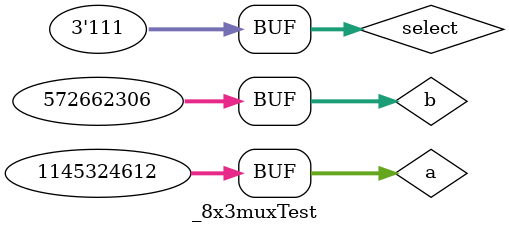
<source format=v>
module _8x3muxTest();
reg [31:0] a,b;
reg [2:0] select;
wire [31:0] sum;

_8x3mux testmux(sum,a,b,select);

	initial
		begin
			a=32'h33333333;
			b=32'h22222222;
			//Add
			#5	select=3'b000;
			
			$monitor("Add -> time = %2d, a =%32h, b=%32h,select=%3b ,sum=%32h", $time, a, b,select,sum);
			//XOR
			#5	select=3'b001;
			
			$monitor("Xor -> time = %2d, a =%32h, b=%32h,select=%3b,sum=%32h", $time, a, b,select,sum);
			//SUB
			#5	select=3'b010;
			
			$monitor("Sub -> time = %2d, a =%32h, b=%32h,select=%3b,sum=%32h", $time, a, b,select,sum);
			//MULT
			#5	select=3'b011;
			
			$monitor("Mult -> time = %2d, a =%32h, b=%32h,select=%3b,sum=%32h", $time, a, b,select,sum);
			//SLT
			#5	select=3'b100;
			
			$monitor("Slt -> time = %2d, a =%32h, b=%32h,select=%3b,sum=%32h", $time, a, b,select,sum);
			//NOR
			#5	select=3'b101;
			
			$monitor("Nor -> time = %2d, a =%32h, b=%32h,select=%3b,sum=%32h", $time, a, b,select,sum);
			//AND
			#5	select=3'b110;

			$monitor("And -> time = %2d, a =%32h, b=%32h,select=%3b,sum=%32h", $time, a, b,select,sum);
			//OR
			#5	select=3'b111;
	
			$monitor("Or -> time = %2d, a =%32h, b=%32h,select=%3b,sum=%32h\n", $time, a, b,select,sum);
			
			a=32'h44444444;
			b=32'h22222222;
			
			//Add
			#5	select=3'b000;
			
			$monitor("Add -> time = %2d, a =%32h, b=%32h,select=%3b ,sum=%32h", $time, a, b,select,sum);
			//XOR
			#5	select=3'b001;
			
			$monitor("Xor -> time = %2d, a =%32h, b=%32h,select=%3b,sum=%32h", $time, a, b,select,sum);
			//SUB
			#5	select=3'b010;
			
			$monitor("Sub -> time = %2d, a =%32h, b=%32h,select=%3b,sum=%32h", $time, a, b,select,sum);
			//MULT
			#5	select=3'b011;
			
			$monitor("Mult -> time = %2d, a =%32h, b=%32h,select=%3b,sum=%32h", $time, a, b,select,sum);
			//SLT
			#5	select=3'b100;
			
			$monitor("Slt -> time = %2d, a =%32h, b=%32h,select=%3b,sum=%32h", $time, a, b,select,sum);
			//NOR
			#5	select=3'b101;
			
			$monitor("Nor -> time = %2d, a =%32h, b=%32h,select=%3b,sum=%32h", $time, a, b,select,sum);
			//AND
			#5	select=3'b110;

			$monitor("And -> time = %2d, a =%32h, b=%32h,select=%3b,sum=%32h", $time, a, b,select,sum);
			//OR
			#5	select=3'b111;
	
			$monitor("Or -> time = %2d, a =%32h, b=%32h,select=%3b,sum=%32h", $time, a, b,select,sum);
			
		end
endmodule

</source>
